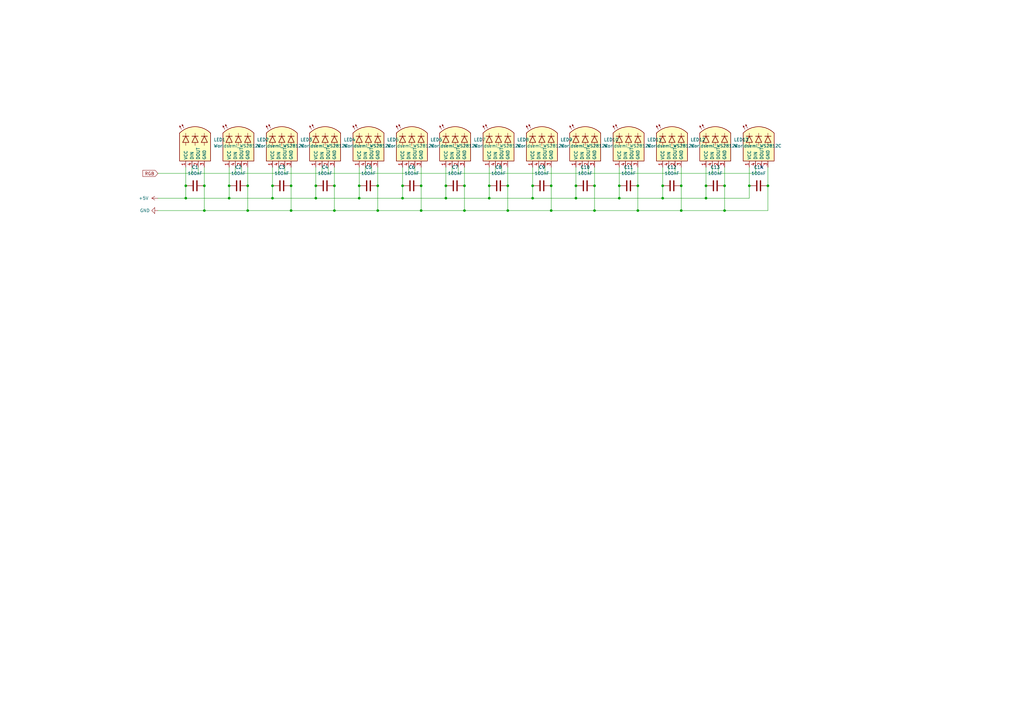
<source format=kicad_sch>
(kicad_sch (version 20231120) (generator "eeschema") (generator_version "8.0")
  (paper "A3")
  (lib_symbols
    (symbol "PCM_Capacitor_US_AKL:C_0603" (pin_numbers hide) (pin_names (offset 0.254))
      (property "Reference" "C" (at 0.635 2.54 0))
      (property "Value" "C_0603" (at 0.635 -2.54 0))
      (symbol "C_0603_0_1"
        (polyline (pts (xy -2.032 -0.762) (xy 2.032 -0.762)) (stroke (width 0.508)))
        (polyline (pts (xy -2.032 0.762) (xy 2.032 0.762)) (stroke (width 0.508)))
      )
      (symbol "C_0603_0_2"
        (polyline (pts (xy -2.54 -2.54) (xy -0.381 -0.381)))
        (polyline (pts (xy -0.508 -0.508) (xy -1.651 0.635)) (stroke (width 0.508)))
        (polyline (pts (xy -0.508 -0.508) (xy 0.635 -1.651)) (stroke (width 0.508)))
        (polyline (pts (xy 0.381 0.381) (xy 2.54 2.54)))
        (polyline (pts (xy 0.508 0.508) (xy -0.635 1.651)) (stroke (width 0.508)))
        (polyline (pts (xy 0.508 0.508) (xy 1.651 -0.635)) (stroke (width 0.508)))
      )
      (symbol "C_0603_1_1"
        (pin passive line (at 0 3.81 270) (length 2.794) (name "~") (number "1"))
        (pin passive line (at 0 -3.81 90) (length 2.794) (name "~") (number "2"))
      )
      (symbol "C_0603_1_2"
        (pin passive line (at 2.54 2.54 270) (length 0) (name "~") (number "1"))
        (pin passive line (at -2.54 -2.54 90) (length 0) (name "~") (number "2"))
      )
    )
    (symbol "PCM_LED_AKL:Worldsemi_WS2812B"
      (property "Reference" "LED" (at 0 10.16 0))
      (property "Value" "Worldsemi_WS2812B" (at 0 7.62 0))
      (symbol "Worldsemi_WS2812B_0_1"
        (polyline (pts (xy 0 -3.81) (xy 1.27 -3.81)))
        (polyline (pts (xy 0 0) (xy 1.27 0)))
        (polyline (pts (xy 0 3.81) (xy 1.27 3.81)))
        (polyline (pts (xy 3.81 -3.81) (xy 5.08 -3.81)))
        (polyline (pts (xy 3.81 0) (xy 5.08 0)))
        (polyline (pts (xy 3.81 3.81) (xy 5.08 3.81)))
        (polyline (pts (xy 6.604 5.588) (xy 8.128 6.35)) (stroke (width 0.1524)) (fill (type outline)))
        (polyline (pts (xy 7.112 4.572) (xy 8.636 5.334)) (stroke (width 0.1524)) (fill (type color)))
        (polyline (pts (xy 1.27 -2.54) (xy 1.27 -5.08) (xy 3.81 -3.81) (xy 1.27 -2.54)) (stroke (width 0.254)) (fill (type color) (color 30 200 30 1)))
        (polyline (pts (xy 1.27 1.27) (xy 1.27 -1.27) (xy 3.81 0) (xy 1.27 1.27)) (stroke (width 0.254)) (fill (type color) (color 240 30 30 1)))
        (polyline (pts (xy 1.27 5.08) (xy 1.27 2.54) (xy 3.81 3.81) (xy 1.27 5.08)) (stroke (width 0.254)) (fill (type color) (color 70 70 200 1)))
        (polyline (pts (xy 7.493 6.35) (xy 7.747 5.842) (xy 8.128 6.35) (xy 7.493 6.35)) (stroke (width 0.1524)) (fill (type outline)))
        (polyline (pts (xy 8.001 5.334) (xy 8.255 4.826) (xy 8.636 5.334) (xy 8.001 5.334)) (fill (type outline)))
      )
      (symbol "Worldsemi_WS2812B_1_1"
        (polyline (pts (xy 3.81 -5.08) (xy 3.81 -2.54)) (stroke (width 0.254)))
        (polyline (pts (xy 3.81 -1.27) (xy 3.81 1.27)) (stroke (width 0.254)))
        (polyline (pts (xy 3.81 2.54) (xy 3.81 5.08)) (stroke (width 0.254)))
        (polyline (pts (xy 5.08 -6.35) (xy -6.35 -6.35) (xy -6.35 6.35) (xy 5.08 6.35)) (stroke (width 0.254)) (fill (type background)))
        (arc (start 5.08 -6.35) (mid 7.7103 0) (end 5.08 6.35) (stroke (width 0.254)) (fill (type background)))
        (pin power_in line (at -8.89 3.81 0) (length 2.54) (name "VCC") (number "1"))
        (pin output line (at -8.89 -1.27 0) (length 2.54) (name "DOUT") (number "2"))
        (pin power_in line (at -8.89 -3.81 0) (length 2.54) (name "GND") (number "3"))
        (pin input line (at -8.89 1.27 0) (length 2.54) (name "DIN") (number "4"))
      )
    )
    (symbol "power:+5V" (power) (pin_numbers hide) (pin_names (offset 0) hide)
      (property "Value" "+5V" (at 0 3.556 0))
      (symbol "+5V_0_1"
        (polyline (pts (xy -0.762 1.27) (xy 0 2.54)))
        (polyline (pts (xy 0 0) (xy 0 2.54)))
        (polyline (pts (xy 0 2.54) (xy 0.762 1.27)))
      )
      (symbol "+5V_1_1"
        (pin power_in line (at 0 0 90) (length 0) (name "~") (number "1"))
      )
    )
    (symbol "power:GND" (power) (pin_names (offset 0))
      (property "Value" "GND" (at 0 -3.81 0))
      (symbol "GND_0_1"
        (polyline (pts (xy 0 0) (xy 0 -1.27) (xy 1.27 -1.27) (xy 0 -2.54) (xy -1.27 -1.27) (xy 0 -1.27)))
      )
      (symbol "GND_1_1"
        (pin power_in line (at 0 0 270) (length 0) hide (name "GND") (number "1"))
      )
    )
  )
  (junction (at 76.2 76.2))
  (junction (at 172.72 86.36))
  (junction (at 93.98 76.2))
  (junction (at 271.78 76.2))
  (junction (at 129.54 81.28))
  (junction (at 261.62 76.2))
  (junction (at 111.76 81.28))
  (junction (at 182.88 81.28))
  (junction (at 254 76.2))
  (junction (at 236.22 76.2))
  (junction (at 254 81.28))
  (junction (at 101.6 76.2))
  (junction (at 83.82 86.36))
  (junction (at 154.94 76.2))
  (junction (at 226.06 76.2))
  (junction (at 129.54 76.2))
  (junction (at 226.06 86.36))
  (junction (at 147.32 81.28))
  (junction (at 271.78 81.28))
  (junction (at 297.18 86.36))
  (junction (at 243.84 86.36))
  (junction (at 289.56 76.2))
  (junction (at 200.66 76.2))
  (junction (at 307.34 76.2))
  (junction (at 200.66 81.28))
  (junction (at 218.44 76.2))
  (junction (at 279.4 86.36))
  (junction (at 93.98 81.28))
  (junction (at 83.82 76.2))
  (junction (at 208.28 76.2))
  (junction (at 111.76 76.2))
  (junction (at 243.84 76.2))
  (junction (at 76.2 81.28))
  (junction (at 190.5 86.36))
  (junction (at 190.5 76.2))
  (junction (at 147.32 76.2))
  (junction (at 261.62 86.36))
  (junction (at 172.72 76.2))
  (junction (at 236.22 81.28))
  (junction (at 119.38 76.2))
  (junction (at 289.56 81.28))
  (junction (at 218.44 81.28))
  (junction (at 279.4 76.2))
  (junction (at 208.28 86.36))
  (junction (at 119.38 86.36))
  (junction (at 314.96 76.2))
  (junction (at 297.18 76.2))
  (junction (at 137.16 86.36))
  (junction (at 101.6 86.36))
  (junction (at 182.88 76.2))
  (junction (at 137.16 76.2))
  (junction (at 165.1 81.28))
  (junction (at 165.1 76.2))
  (junction (at 154.94 86.36))
  (no_connect (at 312.42 68.58))
  (wire (pts (xy 93.98 81.28) (xy 93.98 76.2)))
  (wire (pts (xy 294.64 71.12) (xy 309.88 71.12)))
  (wire (pts (xy 99.06 68.58) (xy 99.06 71.12)))
  (wire (pts (xy 289.56 81.28) (xy 271.78 81.28)))
  (wire (pts (xy 101.6 76.2) (xy 101.6 86.36)))
  (wire (pts (xy 114.3 71.12) (xy 114.3 68.58)))
  (wire (pts (xy 261.62 76.2) (xy 261.62 86.36)))
  (wire (pts (xy 83.82 76.2) (xy 83.82 68.58)))
  (wire (pts (xy 271.78 76.2) (xy 271.78 81.28)))
  (wire (pts (xy 289.56 76.2) (xy 289.56 81.28)))
  (wire (pts (xy 307.34 81.28) (xy 289.56 81.28)))
  (wire (pts (xy 170.18 71.12) (xy 185.42 71.12)))
  (wire (pts (xy 172.72 86.36) (xy 154.94 86.36)))
  (wire (pts (xy 152.4 71.12) (xy 167.64 71.12)))
  (wire (pts (xy 276.86 68.58) (xy 276.86 71.12)))
  (wire (pts (xy 223.52 68.58) (xy 223.52 71.12)))
  (wire (pts (xy 111.76 68.58) (xy 111.76 76.2)))
  (wire (pts (xy 314.96 76.2) (xy 314.96 86.36)))
  (wire (pts (xy 243.84 76.2) (xy 243.84 86.36)))
  (wire (pts (xy 243.84 86.36) (xy 226.06 86.36)))
  (wire (pts (xy 259.08 68.58) (xy 259.08 71.12)))
  (wire (pts (xy 261.62 68.58) (xy 261.62 76.2)))
  (wire (pts (xy 154.94 68.58) (xy 154.94 76.2)))
  (wire (pts (xy 182.88 68.58) (xy 182.88 76.2)))
  (wire (pts (xy 259.08 71.12) (xy 274.32 71.12)))
  (wire (pts (xy 81.28 71.12) (xy 96.52 71.12)))
  (wire (pts (xy 190.5 68.58) (xy 190.5 76.2)))
  (wire (pts (xy 241.3 68.58) (xy 241.3 71.12)))
  (wire (pts (xy 64.77 86.36) (xy 83.82 86.36)))
  (wire (pts (xy 119.38 76.2) (xy 119.38 86.36)))
  (wire (pts (xy 81.28 68.58) (xy 81.28 71.12)))
  (wire (pts (xy 83.82 86.36) (xy 83.82 76.2)))
  (wire (pts (xy 64.77 81.28) (xy 76.2 81.28)))
  (wire (pts (xy 314.96 86.36) (xy 297.18 86.36)))
  (wire (pts (xy 205.74 71.12) (xy 220.98 71.12)))
  (wire (pts (xy 129.54 76.2) (xy 129.54 81.28)))
  (wire (pts (xy 165.1 81.28) (xy 147.32 81.28)))
  (wire (pts (xy 185.42 71.12) (xy 185.42 68.58)))
  (wire (pts (xy 200.66 76.2) (xy 200.66 81.28)))
  (wire (pts (xy 254 68.58) (xy 254 76.2)))
  (wire (pts (xy 226.06 86.36) (xy 208.28 86.36)))
  (wire (pts (xy 200.66 81.28) (xy 182.88 81.28)))
  (wire (pts (xy 241.3 71.12) (xy 256.54 71.12)))
  (wire (pts (xy 218.44 81.28) (xy 200.66 81.28)))
  (wire (pts (xy 147.32 81.28) (xy 129.54 81.28)))
  (wire (pts (xy 76.2 81.28) (xy 93.98 81.28)))
  (wire (pts (xy 256.54 71.12) (xy 256.54 68.58)))
  (wire (pts (xy 289.56 68.58) (xy 289.56 76.2)))
  (wire (pts (xy 116.84 68.58) (xy 116.84 71.12)))
  (wire (pts (xy 187.96 71.12) (xy 203.2 71.12)))
  (wire (pts (xy 64.77 71.12) (xy 78.74 71.12)))
  (wire (pts (xy 152.4 68.58) (xy 152.4 71.12)))
  (wire (pts (xy 279.4 86.36) (xy 261.62 86.36)))
  (wire (pts (xy 254 81.28) (xy 236.22 81.28)))
  (wire (pts (xy 119.38 86.36) (xy 101.6 86.36)))
  (wire (pts (xy 223.52 71.12) (xy 238.76 71.12)))
  (wire (pts (xy 147.32 68.58) (xy 147.32 76.2)))
  (wire (pts (xy 208.28 86.36) (xy 190.5 86.36)))
  (wire (pts (xy 93.98 76.2) (xy 93.98 68.58)))
  (wire (pts (xy 190.5 76.2) (xy 190.5 86.36)))
  (wire (pts (xy 279.4 68.58) (xy 279.4 76.2)))
  (wire (pts (xy 165.1 76.2) (xy 165.1 81.28)))
  (wire (pts (xy 99.06 71.12) (xy 114.3 71.12)))
  (wire (pts (xy 96.52 71.12) (xy 96.52 68.58)))
  (wire (pts (xy 307.34 68.58) (xy 307.34 76.2)))
  (wire (pts (xy 182.88 76.2) (xy 182.88 81.28)))
  (wire (pts (xy 167.64 71.12) (xy 167.64 68.58)))
  (wire (pts (xy 297.18 68.58) (xy 297.18 76.2)))
  (wire (pts (xy 254 76.2) (xy 254 81.28)))
  (wire (pts (xy 101.6 86.36) (xy 83.82 86.36)))
  (wire (pts (xy 170.18 68.58) (xy 170.18 71.12)))
  (wire (pts (xy 314.96 68.58) (xy 314.96 76.2)))
  (wire (pts (xy 137.16 76.2) (xy 137.16 86.36)))
  (wire (pts (xy 279.4 76.2) (xy 279.4 86.36)))
  (wire (pts (xy 297.18 76.2) (xy 297.18 86.36)))
  (wire (pts (xy 76.2 68.58) (xy 76.2 76.2)))
  (wire (pts (xy 137.16 68.58) (xy 137.16 76.2)))
  (wire (pts (xy 129.54 68.58) (xy 129.54 76.2)))
  (wire (pts (xy 261.62 86.36) (xy 243.84 86.36)))
  (wire (pts (xy 208.28 68.58) (xy 208.28 76.2)))
  (wire (pts (xy 236.22 68.58) (xy 236.22 76.2)))
  (wire (pts (xy 276.86 71.12) (xy 292.1 71.12)))
  (wire (pts (xy 218.44 76.2) (xy 218.44 81.28)))
  (wire (pts (xy 154.94 86.36) (xy 137.16 86.36)))
  (wire (pts (xy 147.32 76.2) (xy 147.32 81.28)))
  (wire (pts (xy 111.76 76.2) (xy 111.76 81.28)))
  (wire (pts (xy 134.62 68.58) (xy 134.62 71.12)))
  (wire (pts (xy 203.2 71.12) (xy 203.2 68.58)))
  (wire (pts (xy 294.64 68.58) (xy 294.64 71.12)))
  (wire (pts (xy 271.78 81.28) (xy 254 81.28)))
  (wire (pts (xy 137.16 86.36) (xy 119.38 86.36)))
  (wire (pts (xy 154.94 76.2) (xy 154.94 86.36)))
  (wire (pts (xy 208.28 76.2) (xy 208.28 86.36)))
  (wire (pts (xy 111.76 81.28) (xy 93.98 81.28)))
  (wire (pts (xy 238.76 71.12) (xy 238.76 68.58)))
  (wire (pts (xy 236.22 76.2) (xy 236.22 81.28)))
  (wire (pts (xy 132.08 71.12) (xy 132.08 68.58)))
  (wire (pts (xy 165.1 68.58) (xy 165.1 76.2)))
  (wire (pts (xy 292.1 71.12) (xy 292.1 68.58)))
  (wire (pts (xy 274.32 71.12) (xy 274.32 68.58)))
  (wire (pts (xy 149.86 71.12) (xy 149.86 68.58)))
  (wire (pts (xy 271.78 68.58) (xy 271.78 76.2)))
  (wire (pts (xy 205.74 68.58) (xy 205.74 71.12)))
  (wire (pts (xy 76.2 81.28) (xy 76.2 76.2)))
  (wire (pts (xy 236.22 81.28) (xy 218.44 81.28)))
  (wire (pts (xy 226.06 68.58) (xy 226.06 76.2)))
  (wire (pts (xy 218.44 68.58) (xy 218.44 76.2)))
  (wire (pts (xy 78.74 71.12) (xy 78.74 68.58)))
  (wire (pts (xy 307.34 76.2) (xy 307.34 81.28)))
  (wire (pts (xy 172.72 76.2) (xy 172.72 86.36)))
  (wire (pts (xy 129.54 81.28) (xy 111.76 81.28)))
  (wire (pts (xy 243.84 68.58) (xy 243.84 76.2)))
  (wire (pts (xy 101.6 68.58) (xy 101.6 76.2)))
  (wire (pts (xy 182.88 81.28) (xy 165.1 81.28)))
  (wire (pts (xy 172.72 68.58) (xy 172.72 76.2)))
  (wire (pts (xy 119.38 68.58) (xy 119.38 76.2)))
  (wire (pts (xy 187.96 68.58) (xy 187.96 71.12)))
  (wire (pts (xy 200.66 68.58) (xy 200.66 76.2)))
  (wire (pts (xy 297.18 86.36) (xy 279.4 86.36)))
  (wire (pts (xy 309.88 71.12) (xy 309.88 68.58)))
  (wire (pts (xy 134.62 71.12) (xy 149.86 71.12)))
  (wire (pts (xy 220.98 71.12) (xy 220.98 68.58)))
  (wire (pts (xy 226.06 76.2) (xy 226.06 86.36)))
  (wire (pts (xy 116.84 71.12) (xy 132.08 71.12)))
  (wire (pts (xy 190.5 86.36) (xy 172.72 86.36)))
  (global_label "RGB" (shape input) (at 64.77 71.12 180) (property "Intersheetrefs" "${INTERSHEET_REFS}" (effects (hide yes))))
  (symbol (lib_id "PCM_Capacitor_US_AKL:C_0603") (at 80.01 76.2 90) (unit 1) (in_bom no)
    (property "Reference" "C1" (at 80.01 68.58 90))
    (property "Value" "100nF" (at 80.01 71.12 90))
    (property "Footprint" "PCM_Capacitor_SMD_Handsoldering_AKL:C_0603_1608Metric_Pad1.08x0.95mm" (effects (hide yes)))
    (property "Description" "SMD 0603 MLCC capacitor, Alternate KiCad Library" (effects (hide yes)))
    (property "LCSC" "C1591" (effects (hide yes)))
  )
  (symbol (lib_id "PCM_LED_AKL:Worldsemi_WS2812B") (at 293.37 59.69 90) (unit 1)
    (property "Reference" "LED13" (at 300.99 57.3023 90) (effects (justify right)))
    (property "Value" "Worldsemi_WS2812C" (at 300.99 59.8423 90) (effects (justify right)))
    (property "Footprint" "PCM_LED_SMD_AKL:LED_WS2812B_PLCC4_5.0x5.0mm_P3.2mm" (effects (hide yes)))
    (property "Datasheet" "https://cdn-shop.adafruit.com/datasheets/WS2812B.pdf" (effects (hide yes)))
    (property "Description" "Digital RGB LED, PLCC-4 5.0x5.0mm, Alternate KiCad Library" (effects (hide yes)))
    (property "LCSC" "C114587" (effects (hide yes)))
  )
  (symbol (lib_id "PCM_Capacitor_US_AKL:C_0603") (at 222.25 76.2 90) (unit 1) (in_bom no)
    (property "Reference" "C9" (at 222.25 68.58 90))
    (property "Value" "100nF" (at 222.25 71.12 90))
    (property "Footprint" "PCM_Capacitor_SMD_Handsoldering_AKL:C_0603_1608Metric_Pad1.08x0.95mm" (effects (hide yes)))
    (property "Description" "SMD 0603 MLCC capacitor, Alternate KiCad Library" (effects (hide yes)))
    (property "LCSC" "C1591" (effects (hide yes)))
  )
  (symbol (lib_id "PCM_Capacitor_US_AKL:C_0603") (at 204.47 76.2 90) (unit 1) (in_bom no)
    (property "Reference" "C8" (at 204.47 68.58 90))
    (property "Value" "100nF" (at 204.47 71.12 90))
    (property "Footprint" "PCM_Capacitor_SMD_Handsoldering_AKL:C_0603_1608Metric_Pad1.08x0.95mm" (effects (hide yes)))
    (property "Description" "SMD 0603 MLCC capacitor, Alternate KiCad Library" (effects (hide yes)))
    (property "LCSC" "C1591" (effects (hide yes)))
  )
  (symbol (lib_id "PCM_LED_AKL:Worldsemi_WS2812B") (at 133.35 59.69 90) (unit 1)
    (property "Reference" "LED4" (at 140.97 57.3023 90) (effects (justify right)))
    (property "Value" "Worldsemi_WS2812C" (at 140.97 59.8423 90) (effects (justify right)))
    (property "Footprint" "PCM_LED_SMD_AKL:LED_WS2812B_PLCC4_5.0x5.0mm_P3.2mm" (effects (hide yes)))
    (property "Datasheet" "https://cdn-shop.adafruit.com/datasheets/WS2812B.pdf" (effects (hide yes)))
    (property "Description" "Digital RGB LED, PLCC-4 5.0x5.0mm, Alternate KiCad Library" (effects (hide yes)))
    (property "LCSC" "C114587" (effects (hide yes)))
  )
  (symbol (lib_id "power:GND") (at 64.77 86.36 270) (unit 1)
    (property "Reference" "#PWR028" (effects (hide yes)))
    (property "Value" "GND" (at 61.468 86.36 90) (effects (justify right)))
  )
  (symbol (lib_id "PCM_Capacitor_US_AKL:C_0603") (at 97.79 76.2 90) (unit 1) (in_bom no)
    (property "Reference" "C2" (at 97.79 68.58 90))
    (property "Value" "100nF" (at 97.79 71.12 90))
    (property "Footprint" "PCM_Capacitor_SMD_Handsoldering_AKL:C_0603_1608Metric_Pad1.08x0.95mm" (effects (hide yes)))
    (property "Description" "SMD 0603 MLCC capacitor, Alternate KiCad Library" (effects (hide yes)))
    (property "LCSC" "C1591" (effects (hide yes)))
  )
  (symbol (lib_id "PCM_Capacitor_US_AKL:C_0603") (at 186.69 76.2 90) (unit 1) (in_bom no)
    (property "Reference" "C7" (at 186.69 68.58 90))
    (property "Value" "100nF" (at 186.69 71.12 90))
    (property "Footprint" "PCM_Capacitor_SMD_Handsoldering_AKL:C_0603_1608Metric_Pad1.08x0.95mm" (effects (hide yes)))
    (property "Description" "SMD 0603 MLCC capacitor, Alternate KiCad Library" (effects (hide yes)))
    (property "LCSC" "C1591" (effects (hide yes)))
  )
  (symbol (lib_id "PCM_LED_AKL:Worldsemi_WS2812B") (at 240.03 59.69 90) (unit 1)
    (property "Reference" "LED10" (at 247.65 57.3023 90) (effects (justify right)))
    (property "Value" "Worldsemi_WS2812C" (at 247.65 59.8423 90) (effects (justify right)))
    (property "Footprint" "PCM_LED_SMD_AKL:LED_WS2812B_PLCC4_5.0x5.0mm_P3.2mm" (effects (hide yes)))
    (property "Datasheet" "https://cdn-shop.adafruit.com/datasheets/WS2812B.pdf" (effects (hide yes)))
    (property "Description" "Digital RGB LED, PLCC-4 5.0x5.0mm, Alternate KiCad Library" (effects (hide yes)))
    (property "LCSC" "C114587" (effects (hide yes)))
  )
  (symbol (lib_id "PCM_LED_AKL:Worldsemi_WS2812B") (at 80.01 59.69 90) (unit 1)
    (property "Reference" "LED1" (at 87.63 57.3023 90) (effects (justify right)))
    (property "Value" "Worldsemi_WS2812C" (at 87.63 59.8423 90) (effects (justify right)))
    (property "Footprint" "PCM_LED_SMD_AKL:LED_WS2812B_PLCC4_5.0x5.0mm_P3.2mm" (effects (hide yes)))
    (property "Datasheet" "https://cdn-shop.adafruit.com/datasheets/WS2812B.pdf" (effects (hide yes)))
    (property "Description" "Digital RGB LED, PLCC-4 5.0x5.0mm, Alternate KiCad Library" (effects (hide yes)))
    (property "LCSC" "C114587" (effects (hide yes)))
  )
  (symbol (lib_id "PCM_LED_AKL:Worldsemi_WS2812B") (at 257.81 59.69 90) (unit 1)
    (property "Reference" "LED11" (at 265.43 57.3023 90) (effects (justify right)))
    (property "Value" "Worldsemi_WS2812C" (at 265.43 59.8423 90) (effects (justify right)))
    (property "Footprint" "PCM_LED_SMD_AKL:LED_WS2812B_PLCC4_5.0x5.0mm_P3.2mm" (effects (hide yes)))
    (property "Datasheet" "https://cdn-shop.adafruit.com/datasheets/WS2812B.pdf" (effects (hide yes)))
    (property "Description" "Digital RGB LED, PLCC-4 5.0x5.0mm, Alternate KiCad Library" (effects (hide yes)))
    (property "LCSC" "C114587" (effects (hide yes)))
  )
  (symbol (lib_id "PCM_LED_AKL:Worldsemi_WS2812B") (at 222.25 59.69 90) (unit 1)
    (property "Reference" "LED9" (at 229.87 57.3023 90) (effects (justify right)))
    (property "Value" "Worldsemi_WS2812C" (at 229.87 59.8423 90) (effects (justify right)))
    (property "Footprint" "PCM_LED_SMD_AKL:LED_WS2812B_PLCC4_5.0x5.0mm_P3.2mm" (effects (hide yes)))
    (property "Datasheet" "https://cdn-shop.adafruit.com/datasheets/WS2812B.pdf" (effects (hide yes)))
    (property "Description" "Digital RGB LED, PLCC-4 5.0x5.0mm, Alternate KiCad Library" (effects (hide yes)))
    (property "LCSC" "C114587" (effects (hide yes)))
  )
  (symbol (lib_id "PCM_LED_AKL:Worldsemi_WS2812B") (at 186.69 59.69 90) (unit 1)
    (property "Reference" "LED7" (at 194.31 57.3023 90) (effects (justify right)))
    (property "Value" "Worldsemi_WS2812C" (at 194.31 59.8423 90) (effects (justify right)))
    (property "Footprint" "PCM_LED_SMD_AKL:LED_WS2812B_PLCC4_5.0x5.0mm_P3.2mm" (effects (hide yes)))
    (property "Datasheet" "https://cdn-shop.adafruit.com/datasheets/WS2812B.pdf" (effects (hide yes)))
    (property "Description" "Digital RGB LED, PLCC-4 5.0x5.0mm, Alternate KiCad Library" (effects (hide yes)))
    (property "LCSC" "C114587" (effects (hide yes)))
  )
  (symbol (lib_id "PCM_Capacitor_US_AKL:C_0603") (at 293.37 76.2 90) (unit 1) (in_bom no)
    (property "Reference" "C13" (at 293.37 68.58 90))
    (property "Value" "100nF" (at 293.37 71.12 90))
    (property "Footprint" "PCM_Capacitor_SMD_Handsoldering_AKL:C_0603_1608Metric_Pad1.08x0.95mm" (effects (hide yes)))
    (property "Description" "SMD 0603 MLCC capacitor, Alternate KiCad Library" (effects (hide yes)))
    (property "LCSC" "C1591" (effects (hide yes)))
  )
  (symbol (lib_id "PCM_Capacitor_US_AKL:C_0603") (at 115.57 76.2 90) (unit 1) (in_bom no)
    (property "Reference" "C3" (at 115.57 68.58 90))
    (property "Value" "100nF" (at 115.57 71.12 90))
    (property "Footprint" "PCM_Capacitor_SMD_Handsoldering_AKL:C_0603_1608Metric_Pad1.08x0.95mm" (effects (hide yes)))
    (property "Description" "SMD 0603 MLCC capacitor, Alternate KiCad Library" (effects (hide yes)))
    (property "LCSC" "C1591" (effects (hide yes)))
  )
  (symbol (lib_id "PCM_Capacitor_US_AKL:C_0603") (at 240.03 76.2 90) (unit 1) (in_bom no)
    (property "Reference" "C10" (at 240.03 68.58 90))
    (property "Value" "100nF" (at 240.03 71.12 90))
    (property "Footprint" "PCM_Capacitor_SMD_Handsoldering_AKL:C_0603_1608Metric_Pad1.08x0.95mm" (effects (hide yes)))
    (property "Description" "SMD 0603 MLCC capacitor, Alternate KiCad Library" (effects (hide yes)))
    (property "LCSC" "C1591" (effects (hide yes)))
  )
  (symbol (lib_id "PCM_Capacitor_US_AKL:C_0603") (at 168.91 76.2 90) (unit 1) (in_bom no)
    (property "Reference" "C6" (at 168.91 68.58 90))
    (property "Value" "100nF" (at 168.91 71.12 90))
    (property "Footprint" "PCM_Capacitor_SMD_Handsoldering_AKL:C_0603_1608Metric_Pad1.08x0.95mm" (effects (hide yes)))
    (property "Description" "SMD 0603 MLCC capacitor, Alternate KiCad Library" (effects (hide yes)))
    (property "LCSC" "C1591" (effects (hide yes)))
  )
  (symbol (lib_id "PCM_LED_AKL:Worldsemi_WS2812B") (at 115.57 59.69 90) (unit 1)
    (property "Reference" "LED3" (at 123.19 57.3023 90) (effects (justify right)))
    (property "Value" "Worldsemi_WS2812C" (at 123.19 59.8423 90) (effects (justify right)))
    (property "Footprint" "PCM_LED_SMD_AKL:LED_WS2812B_PLCC4_5.0x5.0mm_P3.2mm" (effects (hide yes)))
    (property "Datasheet" "https://cdn-shop.adafruit.com/datasheets/WS2812B.pdf" (effects (hide yes)))
    (property "Description" "Digital RGB LED, PLCC-4 5.0x5.0mm, Alternate KiCad Library" (effects (hide yes)))
    (property "LCSC" "C114587" (effects (hide yes)))
  )
  (symbol (lib_id "PCM_Capacitor_US_AKL:C_0603") (at 275.59 76.2 90) (unit 1) (in_bom no)
    (property "Reference" "C12" (at 275.59 68.58 90))
    (property "Value" "100nF" (at 275.59 71.12 90))
    (property "Footprint" "PCM_Capacitor_SMD_Handsoldering_AKL:C_0603_1608Metric_Pad1.08x0.95mm" (effects (hide yes)))
    (property "Description" "SMD 0603 MLCC capacitor, Alternate KiCad Library" (effects (hide yes)))
    (property "LCSC" "C1591" (effects (hide yes)))
  )
  (symbol (lib_id "PCM_LED_AKL:Worldsemi_WS2812B") (at 97.79 59.69 90) (unit 1)
    (property "Reference" "LED2" (at 105.41 57.3023 90) (effects (justify right)))
    (property "Value" "Worldsemi_WS2812C" (at 105.41 59.8423 90) (effects (justify right)))
    (property "Footprint" "PCM_LED_SMD_AKL:LED_WS2812B_PLCC4_5.0x5.0mm_P3.2mm" (effects (hide yes)))
    (property "Datasheet" "https://cdn-shop.adafruit.com/datasheets/WS2812B.pdf" (effects (hide yes)))
    (property "Description" "Digital RGB LED, PLCC-4 5.0x5.0mm, Alternate KiCad Library" (effects (hide yes)))
    (property "LCSC" "C114587" (effects (hide yes)))
  )
  (symbol (lib_id "PCM_LED_AKL:Worldsemi_WS2812B") (at 151.13 59.69 90) (unit 1)
    (property "Reference" "LED5" (at 158.75 57.3023 90) (effects (justify right)))
    (property "Value" "Worldsemi_WS2812C" (at 158.75 59.8423 90) (effects (justify right)))
    (property "Footprint" "PCM_LED_SMD_AKL:LED_WS2812B_PLCC4_5.0x5.0mm_P3.2mm" (effects (hide yes)))
    (property "Datasheet" "https://cdn-shop.adafruit.com/datasheets/WS2812B.pdf" (effects (hide yes)))
    (property "Description" "Digital RGB LED, PLCC-4 5.0x5.0mm, Alternate KiCad Library" (effects (hide yes)))
    (property "LCSC" "C114587" (effects (hide yes)))
  )
  (symbol (lib_id "power:+5V") (at 64.77 81.28 90) (unit 1)
    (property "Reference" "#PWR027" (effects (hide yes)))
    (property "Value" "+5V" (at 60.96 81.2799 90) (effects (justify left)))
    (property "Description" "Power symbol creates a global label with name \"+5V\"" (effects (hide yes)))
  )
  (symbol (lib_id "PCM_Capacitor_US_AKL:C_0603") (at 133.35 76.2 90) (unit 1) (in_bom no)
    (property "Reference" "C4" (at 133.35 68.58 90))
    (property "Value" "100nF" (at 133.35 71.12 90))
    (property "Footprint" "PCM_Capacitor_SMD_Handsoldering_AKL:C_0603_1608Metric_Pad1.08x0.95mm" (effects (hide yes)))
    (property "Description" "SMD 0603 MLCC capacitor, Alternate KiCad Library" (effects (hide yes)))
    (property "LCSC" "C1591" (effects (hide yes)))
  )
  (symbol (lib_id "PCM_Capacitor_US_AKL:C_0603") (at 311.15 76.2 90) (unit 1) (in_bom no)
    (property "Reference" "C14" (at 311.15 68.58 90))
    (property "Value" "100nF" (at 311.15 71.12 90))
    (property "Footprint" "PCM_Capacitor_SMD_Handsoldering_AKL:C_0603_1608Metric_Pad1.08x0.95mm" (effects (hide yes)))
    (property "Description" "SMD 0603 MLCC capacitor, Alternate KiCad Library" (effects (hide yes)))
    (property "LCSC" "C1591" (effects (hide yes)))
  )
  (symbol (lib_id "PCM_LED_AKL:Worldsemi_WS2812B") (at 168.91 59.69 90) (unit 1)
    (property "Reference" "LED6" (at 176.53 57.3023 90) (effects (justify right)))
    (property "Value" "Worldsemi_WS2812C" (at 176.53 59.8423 90) (effects (justify right)))
    (property "Footprint" "PCM_LED_SMD_AKL:LED_WS2812B_PLCC4_5.0x5.0mm_P3.2mm" (effects (hide yes)))
    (property "Datasheet" "https://cdn-shop.adafruit.com/datasheets/WS2812B.pdf" (effects (hide yes)))
    (property "Description" "Digital RGB LED, PLCC-4 5.0x5.0mm, Alternate KiCad Library" (effects (hide yes)))
    (property "LCSC" "C114587" (effects (hide yes)))
  )
  (symbol (lib_id "PCM_Capacitor_US_AKL:C_0603") (at 151.13 76.2 90) (unit 1) (in_bom no)
    (property "Reference" "C5" (at 151.13 68.58 90))
    (property "Value" "100nF" (at 151.13 71.12 90))
    (property "Footprint" "PCM_Capacitor_SMD_Handsoldering_AKL:C_0603_1608Metric_Pad1.08x0.95mm" (effects (hide yes)))
    (property "Description" "SMD 0603 MLCC capacitor, Alternate KiCad Library" (effects (hide yes)))
    (property "LCSC" "C1591" (effects (hide yes)))
  )
  (symbol (lib_id "PCM_LED_AKL:Worldsemi_WS2812B") (at 311.15 59.69 90) (unit 1)
    (property "Reference" "LED14" (effects (hide yes)))
    (property "Value" "Worldsemi_WS2812C" (effects (hide yes)))
    (property "Footprint" "PCM_LED_SMD_AKL:LED_WS2812B_PLCC4_5.0x5.0mm_P3.2mm" (effects (hide yes)))
    (property "Datasheet" "https://cdn-shop.adafruit.com/datasheets/WS2812B.pdf" (effects (hide yes)))
    (property "Description" "Digital RGB LED, PLCC-4 5.0x5.0mm, Alternate KiCad Library" (effects (hide yes)))
    (property "LCSC" "C114587" (effects (hide yes)))
  )
  (symbol (lib_id "PCM_Capacitor_US_AKL:C_0603") (at 257.81 76.2 90) (unit 1) (in_bom no)
    (property "Reference" "C11" (at 257.81 68.58 90))
    (property "Value" "100nF" (at 257.81 71.12 90))
    (property "Footprint" "PCM_Capacitor_SMD_Handsoldering_AKL:C_0603_1608Metric_Pad1.08x0.95mm" (effects (hide yes)))
    (property "Description" "SMD 0603 MLCC capacitor, Alternate KiCad Library" (effects (hide yes)))
    (property "LCSC" "C1591" (effects (hide yes)))
  )
  (symbol (lib_id "PCM_LED_AKL:Worldsemi_WS2812B") (at 204.47 59.69 90) (unit 1)
    (property "Reference" "LED8" (at 212.09 57.3023 90) (effects (justify right)))
    (property "Value" "Worldsemi_WS2812C" (at 212.09 59.8423 90) (effects (justify right)))
    (property "Footprint" "PCM_LED_SMD_AKL:LED_WS2812B_PLCC4_5.0x5.0mm_P3.2mm" (effects (hide yes)))
    (property "Datasheet" "https://cdn-shop.adafruit.com/datasheets/WS2812B.pdf" (effects (hide yes)))
    (property "Description" "Digital RGB LED, PLCC-4 5.0x5.0mm, Alternate KiCad Library" (effects (hide yes)))
    (property "LCSC" "C114587" (effects (hide yes)))
  )
  (symbol (lib_id "PCM_LED_AKL:Worldsemi_WS2812B") (at 275.59 59.69 90) (unit 1)
    (property "Reference" "LED12" (at 283.21 57.3023 90) (effects (justify right)))
    (property "Value" "Worldsemi_WS2812C" (at 283.21 59.8423 90) (effects (justify right)))
    (property "Footprint" "PCM_LED_SMD_AKL:LED_WS2812B_PLCC4_5.0x5.0mm_P3.2mm" (effects (hide yes)))
    (property "Datasheet" "https://cdn-shop.adafruit.com/datasheets/WS2812B.pdf" (effects (hide yes)))
    (property "Description" "Digital RGB LED, PLCC-4 5.0x5.0mm, Alternate KiCad Library" (effects (hide yes)))
    (property "LCSC" "C114587" (effects (hide yes)))
  )
)
</source>
